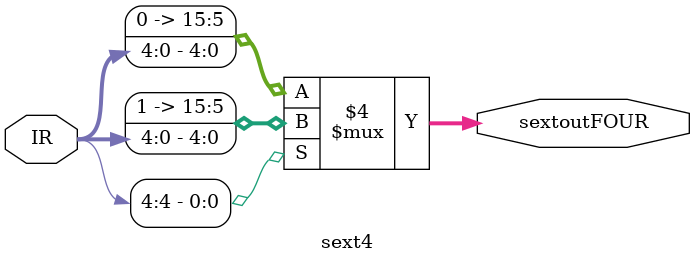
<source format=sv>

module sext4(
    input logic [4:0] IR,
    output logic [15:0] sextoutFOUR
);

    always_comb
    if (IR[4] == 1'd1)
        begin
            sextoutFOUR = {11'b11111111111, IR};
        end
    else
        begin
            sextoutFOUR = {11'b00000000000, IR};
        end
endmodule
</source>
